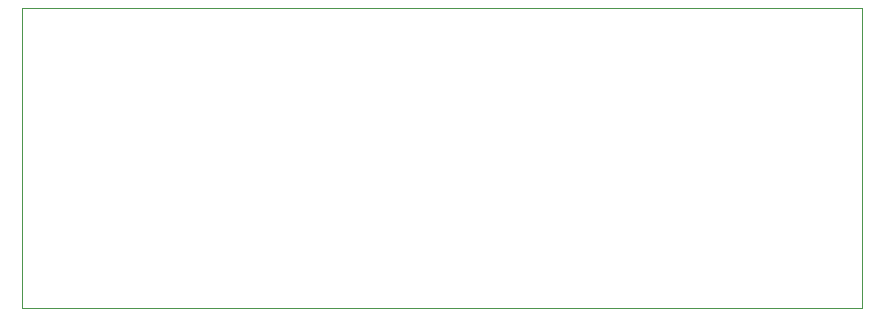
<source format=gbr>
%TF.GenerationSoftware,KiCad,Pcbnew,(6.0.5)*%
%TF.CreationDate,2022-05-25T01:16:54-04:00*%
%TF.ProjectId,in-16-carrier-rounded,696e2d31-362d-4636-9172-726965722d72,rev?*%
%TF.SameCoordinates,Original*%
%TF.FileFunction,Profile,NP*%
%FSLAX46Y46*%
G04 Gerber Fmt 4.6, Leading zero omitted, Abs format (unit mm)*
G04 Created by KiCad (PCBNEW (6.0.5)) date 2022-05-25 01:16:54*
%MOMM*%
%LPD*%
G01*
G04 APERTURE LIST*
%TA.AperFunction,Profile*%
%ADD10C,0.100000*%
%TD*%
G04 APERTURE END LIST*
D10*
X89535000Y-15875000D02*
X89535000Y-41275000D01*
X89535000Y-41275000D02*
X18415000Y-41275000D01*
X18415000Y-41275000D02*
X18415000Y-15875000D01*
X18415000Y-15875000D02*
X89535000Y-15875000D01*
M02*

</source>
